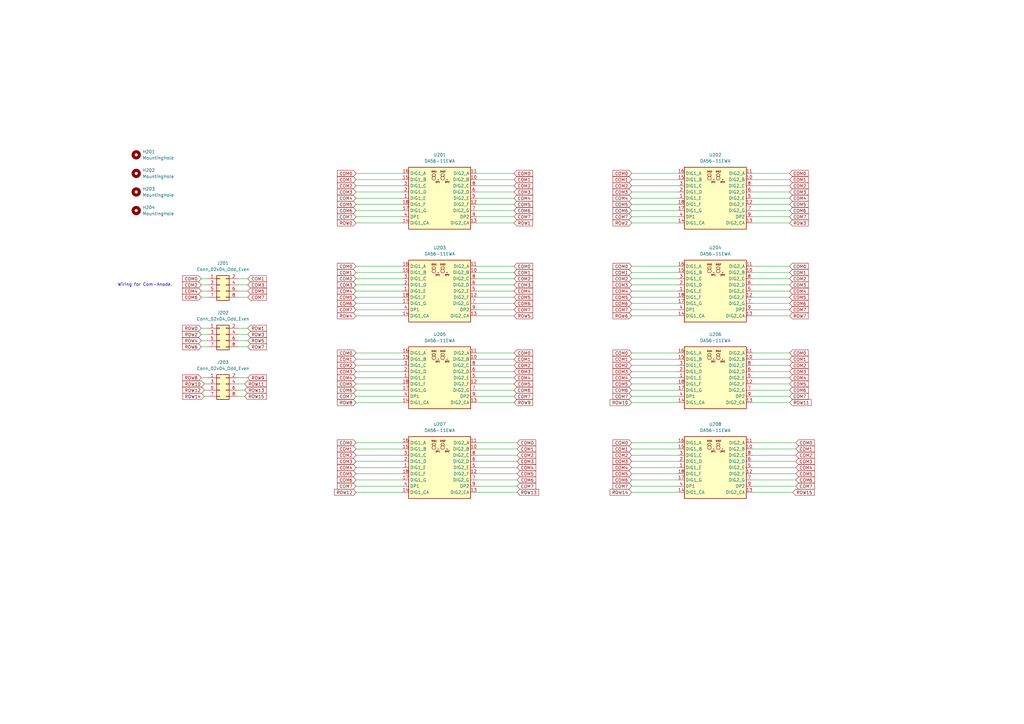
<source format=kicad_sch>
(kicad_sch (version 20231120) (generator "eeschema") (generator_version "8.0")
  (paper "A3")
  (lib_symbols
    (symbol "Connector_Generic:Conn_02x04_Odd_Even" (pin_names (offset 1.016) hide)
      (property "Reference" "J" (at 1.27 5.08 0))
      (property "Value" "Conn_02x04_Odd_Even" (at 1.27 -7.62 0))
      (symbol "Conn_02x04_Odd_Even_1_1"
        (rectangle (start -1.27 -4.953) (end 0 -5.207) (stroke (width 0.1524)))
        (rectangle (start -1.27 -2.413) (end 0 -2.667) (stroke (width 0.1524)))
        (rectangle (start -1.27 0.127) (end 0 -0.127) (stroke (width 0.1524)))
        (rectangle (start -1.27 2.667) (end 0 2.413) (stroke (width 0.1524)))
        (rectangle (start -1.27 3.81) (end 3.81 -6.35) (stroke (width 0.254)) (fill (type background)))
        (rectangle (start 3.81 -4.953) (end 2.54 -5.207) (stroke (width 0.1524)))
        (rectangle (start 3.81 -2.413) (end 2.54 -2.667) (stroke (width 0.1524)))
        (rectangle (start 3.81 0.127) (end 2.54 -0.127) (stroke (width 0.1524)))
        (rectangle (start 3.81 2.667) (end 2.54 2.413) (stroke (width 0.1524)))
        (pin passive line (at -5.08 2.54 0) (length 3.81) (name "Pin_1") (number "1"))
        (pin passive line (at 7.62 2.54 180) (length 3.81) (name "Pin_2") (number "2"))
        (pin passive line (at -5.08 0 0) (length 3.81) (name "Pin_3") (number "3"))
        (pin passive line (at 7.62 0 180) (length 3.81) (name "Pin_4") (number "4"))
        (pin passive line (at -5.08 -2.54 0) (length 3.81) (name "Pin_5") (number "5"))
        (pin passive line (at 7.62 -2.54 180) (length 3.81) (name "Pin_6") (number "6"))
        (pin passive line (at -5.08 -5.08 0) (length 3.81) (name "Pin_7") (number "7"))
        (pin passive line (at 7.62 -5.08 180) (length 3.81) (name "Pin_8") (number "8"))
      )
    )
    (symbol "Display_Character:DA56-11EWA"
      (property "Reference" "U" (at -11.43 13.97 0))
      (property "Value" "DA56-11EWA" (at 12.7 13.97 0))
      (symbol "DA56-11EWA_0_0"
        (text "8.8." (at 0 8.636 0) (effects (font (size 2.54 2.54))))
        (text "DIG1" (at -2.286 10.922 0) (effects (font (size 0.635 0.635))))
        (text "DIG2" (at 1.27 10.922 0) (effects (font (size 0.635 0.635))))
        (text "DP1" (at -0.762 6.604 0) (effects (font (size 0.635 0.635))))
        (text "DP2" (at 3.048 6.604 0) (effects (font (size 0.635 0.635))))
      )
      (symbol "DA56-11EWA_0_1"
        (rectangle (start -12.7 12.7) (end 12.7 -12.7) (stroke (width 0.254)) (fill (type background)))
      )
      (symbol "DA56-11EWA_1_1"
        (pin input line (at -15.24 0 0) (length 2.54) (name "DIG1_E") (number "1"))
        (pin input line (at 15.24 7.62 180) (length 2.54) (name "DIG2_B") (number "10"))
        (pin input line (at 15.24 10.16 180) (length 2.54) (name "DIG2_A") (number "11"))
        (pin input line (at 15.24 -2.54 180) (length 2.54) (name "DIG2_F") (number "12"))
        (pin input line (at 15.24 -10.16 180) (length 2.54) (name "DIG2_CA") (number "13"))
        (pin input line (at -15.24 -10.16 0) (length 2.54) (name "DIG1_CA") (number "14"))
        (pin input line (at -15.24 7.62 0) (length 2.54) (name "DIG1_B") (number "15"))
        (pin input line (at -15.24 10.16 0) (length 2.54) (name "DIG1_A") (number "16"))
        (pin input line (at -15.24 -5.08 0) (length 2.54) (name "DIG1_G") (number "17"))
        (pin input line (at -15.24 -2.54 0) (length 2.54) (name "DIG1_F") (number "18"))
        (pin input line (at -15.24 2.54 0) (length 2.54) (name "DIG1_D") (number "2"))
        (pin input line (at -15.24 5.08 0) (length 2.54) (name "DIG1_C") (number "3"))
        (pin input line (at -15.24 -7.62 0) (length 2.54) (name "DP1") (number "4"))
        (pin input line (at 15.24 0 180) (length 2.54) (name "DIG2_E") (number "5"))
        (pin input line (at 15.24 2.54 180) (length 2.54) (name "DIG2_D") (number "6"))
        (pin input line (at 15.24 -5.08 180) (length 2.54) (name "DIG2_G") (number "7"))
        (pin input line (at 15.24 5.08 180) (length 2.54) (name "DIG2_C") (number "8"))
        (pin input line (at 15.24 -7.62 180) (length 2.54) (name "DP2") (number "9"))
      )
    )
    (symbol "Mechanical:MountingHole" (pin_names (offset 1.016)) (exclude_from_sim yes) (in_bom no)
      (property "Reference" "H" (at 0 5.08 0))
      (property "Value" "MountingHole" (at 0 3.175 0))
      (symbol "MountingHole_0_1"
        (circle (center 0 0) (radius 1.27) (stroke (width 1.27)))
      )
    )
  )
  (wire (pts (xy 97.79 134.62) (xy 101.6 134.62)))
  (wire (pts (xy 146.05 88.9) (xy 165.1 88.9)))
  (wire (pts (xy 195.58 154.94) (xy 210.82 154.94)))
  (wire (pts (xy 83.82 157.48) (xy 85.09 157.48)))
  (wire (pts (xy 259.08 194.31) (xy 278.13 194.31)))
  (wire (pts (xy 259.08 144.78) (xy 278.13 144.78)))
  (wire (pts (xy 308.61 121.92) (xy 323.85 121.92)))
  (wire (pts (xy 259.08 116.84) (xy 278.13 116.84)))
  (wire (pts (xy 308.61 127) (xy 323.85 127)))
  (wire (pts (xy 146.05 165.1) (xy 165.1 165.1)))
  (wire (pts (xy 259.08 149.86) (xy 278.13 149.86)))
  (wire (pts (xy 259.08 86.36) (xy 278.13 86.36)))
  (wire (pts (xy 195.58 147.32) (xy 210.82 147.32)))
  (wire (pts (xy 259.08 124.46) (xy 278.13 124.46)))
  (wire (pts (xy 146.05 114.3) (xy 165.1 114.3)))
  (wire (pts (xy 259.08 152.4) (xy 278.13 152.4)))
  (wire (pts (xy 146.05 160.02) (xy 165.1 160.02)))
  (wire (pts (xy 259.08 119.38) (xy 278.13 119.38)))
  (wire (pts (xy 82.55 154.94) (xy 85.09 154.94)))
  (wire (pts (xy 308.61 86.36) (xy 323.85 86.36)))
  (wire (pts (xy 100.33 162.56) (xy 97.79 162.56)))
  (wire (pts (xy 146.05 127) (xy 165.1 127)))
  (wire (pts (xy 82.55 142.24) (xy 85.09 142.24)))
  (wire (pts (xy 146.05 116.84) (xy 165.1 116.84)))
  (wire (pts (xy 212.09 201.93) (xy 195.58 201.93)))
  (wire (pts (xy 308.61 111.76) (xy 323.85 111.76)))
  (wire (pts (xy 101.6 116.84) (xy 97.79 116.84)))
  (wire (pts (xy 308.61 184.15) (xy 326.39 184.15)))
  (wire (pts (xy 195.58 186.69) (xy 212.09 186.69)))
  (wire (pts (xy 195.58 81.28) (xy 210.82 81.28)))
  (wire (pts (xy 259.08 147.32) (xy 278.13 147.32)))
  (wire (pts (xy 323.85 91.44) (xy 308.61 91.44)))
  (wire (pts (xy 146.05 144.78) (xy 165.1 144.78)))
  (wire (pts (xy 146.05 119.38) (xy 165.1 119.38)))
  (wire (pts (xy 195.58 73.66) (xy 210.82 73.66)))
  (wire (pts (xy 195.58 129.54) (xy 210.82 129.54)))
  (wire (pts (xy 323.85 129.54) (xy 308.61 129.54)))
  (wire (pts (xy 259.08 181.61) (xy 278.13 181.61)))
  (wire (pts (xy 146.05 194.31) (xy 165.1 194.31)))
  (wire (pts (xy 146.05 152.4) (xy 165.1 152.4)))
  (wire (pts (xy 195.58 157.48) (xy 210.82 157.48)))
  (wire (pts (xy 259.08 78.74) (xy 278.13 78.74)))
  (wire (pts (xy 101.6 137.16) (xy 97.79 137.16)))
  (wire (pts (xy 259.08 88.9) (xy 278.13 88.9)))
  (wire (pts (xy 195.58 88.9) (xy 210.82 88.9)))
  (wire (pts (xy 101.6 119.38) (xy 97.79 119.38)))
  (wire (pts (xy 146.05 147.32) (xy 165.1 147.32)))
  (wire (pts (xy 308.61 76.2) (xy 323.85 76.2)))
  (wire (pts (xy 101.6 142.24) (xy 97.79 142.24)))
  (wire (pts (xy 146.05 86.36) (xy 165.1 86.36)))
  (wire (pts (xy 308.61 116.84) (xy 323.85 116.84)))
  (wire (pts (xy 101.6 154.94) (xy 97.79 154.94)))
  (wire (pts (xy 82.55 119.38) (xy 85.09 119.38)))
  (wire (pts (xy 146.05 81.28) (xy 165.1 81.28)))
  (wire (pts (xy 308.61 196.85) (xy 326.39 196.85)))
  (wire (pts (xy 259.08 191.77) (xy 278.13 191.77)))
  (wire (pts (xy 100.33 160.02) (xy 97.79 160.02)))
  (wire (pts (xy 259.08 189.23) (xy 278.13 189.23)))
  (wire (pts (xy 195.58 191.77) (xy 212.09 191.77)))
  (wire (pts (xy 210.82 91.44) (xy 195.58 91.44)))
  (wire (pts (xy 308.61 109.22) (xy 323.85 109.22)))
  (wire (pts (xy 308.61 157.48) (xy 323.85 157.48)))
  (wire (pts (xy 146.05 129.54) (xy 165.1 129.54)))
  (wire (pts (xy 146.05 184.15) (xy 165.1 184.15)))
  (wire (pts (xy 308.61 194.31) (xy 326.39 194.31)))
  (wire (pts (xy 259.08 127) (xy 278.13 127)))
  (wire (pts (xy 308.61 144.78) (xy 323.85 144.78)))
  (wire (pts (xy 82.55 139.7) (xy 85.09 139.7)))
  (wire (pts (xy 259.08 81.28) (xy 278.13 81.28)))
  (wire (pts (xy 195.58 189.23) (xy 212.09 189.23)))
  (wire (pts (xy 195.58 181.61) (xy 212.09 181.61)))
  (wire (pts (xy 195.58 119.38) (xy 210.82 119.38)))
  (wire (pts (xy 308.61 71.12) (xy 323.85 71.12)))
  (wire (pts (xy 82.55 116.84) (xy 85.09 116.84)))
  (wire (pts (xy 101.6 114.3) (xy 97.79 114.3)))
  (wire (pts (xy 308.61 162.56) (xy 323.85 162.56)))
  (wire (pts (xy 308.61 199.39) (xy 326.39 199.39)))
  (wire (pts (xy 195.58 78.74) (xy 210.82 78.74)))
  (wire (pts (xy 308.61 149.86) (xy 323.85 149.86)))
  (wire (pts (xy 308.61 152.4) (xy 323.85 152.4)))
  (wire (pts (xy 259.08 109.22) (xy 278.13 109.22)))
  (wire (pts (xy 195.58 160.02) (xy 210.82 160.02)))
  (wire (pts (xy 146.05 186.69) (xy 165.1 186.69)))
  (wire (pts (xy 308.61 124.46) (xy 323.85 124.46)))
  (wire (pts (xy 308.61 154.94) (xy 323.85 154.94)))
  (wire (pts (xy 146.05 71.12) (xy 165.1 71.12)))
  (wire (pts (xy 195.58 149.86) (xy 210.82 149.86)))
  (wire (pts (xy 195.58 194.31) (xy 212.09 194.31)))
  (wire (pts (xy 308.61 160.02) (xy 323.85 160.02)))
  (wire (pts (xy 195.58 144.78) (xy 210.82 144.78)))
  (wire (pts (xy 146.05 201.93) (xy 165.1 201.93)))
  (wire (pts (xy 195.58 83.82) (xy 210.82 83.82)))
  (wire (pts (xy 308.61 147.32) (xy 323.85 147.32)))
  (wire (pts (xy 259.08 76.2) (xy 278.13 76.2)))
  (wire (pts (xy 146.05 199.39) (xy 165.1 199.39)))
  (wire (pts (xy 195.58 114.3) (xy 210.82 114.3)))
  (wire (pts (xy 82.55 114.3) (xy 85.09 114.3)))
  (wire (pts (xy 308.61 189.23) (xy 326.39 189.23)))
  (wire (pts (xy 195.58 121.92) (xy 210.82 121.92)))
  (wire (pts (xy 100.33 157.48) (xy 97.79 157.48)))
  (wire (pts (xy 195.58 162.56) (xy 210.82 162.56)))
  (wire (pts (xy 146.05 76.2) (xy 165.1 76.2)))
  (wire (pts (xy 308.61 73.66) (xy 323.85 73.66)))
  (wire (pts (xy 259.08 114.3) (xy 278.13 114.3)))
  (wire (pts (xy 259.08 91.44) (xy 278.13 91.44)))
  (wire (pts (xy 259.08 184.15) (xy 278.13 184.15)))
  (wire (pts (xy 146.05 91.44) (xy 165.1 91.44)))
  (wire (pts (xy 195.58 184.15) (xy 212.09 184.15)))
  (wire (pts (xy 323.85 165.1) (xy 308.61 165.1)))
  (wire (pts (xy 146.05 111.76) (xy 165.1 111.76)))
  (wire (pts (xy 101.6 121.92) (xy 97.79 121.92)))
  (wire (pts (xy 195.58 116.84) (xy 210.82 116.84)))
  (wire (pts (xy 259.08 199.39) (xy 278.13 199.39)))
  (wire (pts (xy 259.08 165.1) (xy 278.13 165.1)))
  (wire (pts (xy 259.08 71.12) (xy 278.13 71.12)))
  (wire (pts (xy 146.05 83.82) (xy 165.1 83.82)))
  (wire (pts (xy 308.61 186.69) (xy 326.39 186.69)))
  (wire (pts (xy 195.58 127) (xy 210.82 127)))
  (wire (pts (xy 195.58 196.85) (xy 212.09 196.85)))
  (wire (pts (xy 308.61 201.93) (xy 325.12 201.93)))
  (wire (pts (xy 82.55 134.62) (xy 85.09 134.62)))
  (wire (pts (xy 195.58 124.46) (xy 210.82 124.46)))
  (wire (pts (xy 83.82 162.56) (xy 85.09 162.56)))
  (wire (pts (xy 146.05 189.23) (xy 165.1 189.23)))
  (wire (pts (xy 195.58 109.22) (xy 210.82 109.22)))
  (wire (pts (xy 259.08 121.92) (xy 278.13 121.92)))
  (wire (pts (xy 146.05 73.66) (xy 165.1 73.66)))
  (wire (pts (xy 83.82 160.02) (xy 85.09 160.02)))
  (wire (pts (xy 259.08 129.54) (xy 278.13 129.54)))
  (wire (pts (xy 259.08 157.48) (xy 278.13 157.48)))
  (wire (pts (xy 308.61 81.28) (xy 323.85 81.28)))
  (wire (pts (xy 259.08 83.82) (xy 278.13 83.82)))
  (wire (pts (xy 210.82 165.1) (xy 195.58 165.1)))
  (wire (pts (xy 259.08 162.56) (xy 278.13 162.56)))
  (wire (pts (xy 259.08 160.02) (xy 278.13 160.02)))
  (wire (pts (xy 308.61 83.82) (xy 323.85 83.82)))
  (wire (pts (xy 308.61 114.3) (xy 323.85 114.3)))
  (wire (pts (xy 195.58 86.36) (xy 210.82 86.36)))
  (wire (pts (xy 146.05 109.22) (xy 165.1 109.22)))
  (wire (pts (xy 308.61 78.74) (xy 323.85 78.74)))
  (wire (pts (xy 146.05 121.92) (xy 165.1 121.92)))
  (wire (pts (xy 146.05 154.94) (xy 165.1 154.94)))
  (wire (pts (xy 101.6 139.7) (xy 97.79 139.7)))
  (wire (pts (xy 195.58 111.76) (xy 210.82 111.76)))
  (wire (pts (xy 146.05 191.77) (xy 165.1 191.77)))
  (wire (pts (xy 82.55 137.16) (xy 85.09 137.16)))
  (wire (pts (xy 195.58 76.2) (xy 210.82 76.2)))
  (wire (pts (xy 195.58 71.12) (xy 210.82 71.12)))
  (wire (pts (xy 195.58 199.39) (xy 212.09 199.39)))
  (wire (pts (xy 259.08 73.66) (xy 278.13 73.66)))
  (wire (pts (xy 146.05 196.85) (xy 165.1 196.85)))
  (wire (pts (xy 259.08 154.94) (xy 278.13 154.94)))
  (wire (pts (xy 259.08 196.85) (xy 278.13 196.85)))
  (wire (pts (xy 259.08 201.93) (xy 278.13 201.93)))
  (wire (pts (xy 146.05 162.56) (xy 165.1 162.56)))
  (wire (pts (xy 259.08 186.69) (xy 278.13 186.69)))
  (wire (pts (xy 259.08 111.76) (xy 278.13 111.76)))
  (wire (pts (xy 308.61 181.61) (xy 326.39 181.61)))
  (wire (pts (xy 308.61 119.38) (xy 323.85 119.38)))
  (wire (pts (xy 146.05 78.74) (xy 165.1 78.74)))
  (wire (pts (xy 195.58 152.4) (xy 210.82 152.4)))
  (wire (pts (xy 146.05 149.86) (xy 165.1 149.86)))
  (wire (pts (xy 308.61 88.9) (xy 323.85 88.9)))
  (wire (pts (xy 146.05 124.46) (xy 165.1 124.46)))
  (wire (pts (xy 146.05 181.61) (xy 165.1 181.61)))
  (wire (pts (xy 146.05 157.48) (xy 165.1 157.48)))
  (wire (pts (xy 82.55 121.92) (xy 85.09 121.92)))
  (wire (pts (xy 308.61 191.77) (xy 326.39 191.77)))
  (text "Wiring for Com-Anode." (at 59.436 116.84 0) (effects (font (size 1.27 1.27))))
  (global_label "COM7" (shape input) (at 101.6 121.92 0) (property "Intersheetrefs" "${INTERSHEET_REFS}" (effects (hide yes))))
  (global_label "ROW6" (shape input) (at 259.08 129.54 180) (property "Intersheetrefs" "${INTERSHEET_REFS}" (effects (hide yes))))
  (global_label "COM6" (shape input) (at 259.08 86.36 180) (property "Intersheetrefs" "${INTERSHEET_REFS}" (effects (hide yes))))
  (global_label "COM4" (shape input) (at 146.05 81.28 180) (property "Intersheetrefs" "${INTERSHEET_REFS}" (effects (hide yes))))
  (global_label "ROW2" (shape input) (at 82.55 137.16 180) (property "Intersheetrefs" "${INTERSHEET_REFS}" (effects (hide yes))))
  (global_label "ROW1" (shape input) (at 101.6 134.62 0) (property "Intersheetrefs" "${INTERSHEET_REFS}" (effects (hide yes))))
  (global_label "COM7" (shape input) (at 326.39 199.39 0) (property "Intersheetrefs" "${INTERSHEET_REFS}" (effects (hide yes))))
  (global_label "COM2" (shape input) (at 259.08 76.2 180) (property "Intersheetrefs" "${INTERSHEET_REFS}" (effects (hide yes))))
  (global_label "COM0" (shape input) (at 146.05 144.78 180) (property "Intersheetrefs" "${INTERSHEET_REFS}" (effects (hide yes))))
  (global_label "COM0" (shape input) (at 259.08 181.61 180) (property "Intersheetrefs" "${INTERSHEET_REFS}" (effects (hide yes))))
  (global_label "COM0" (shape input) (at 259.08 144.78 180) (property "Intersheetrefs" "${INTERSHEET_REFS}" (effects (hide yes))))
  (global_label "COM6" (shape input) (at 212.09 196.85 0) (property "Intersheetrefs" "${INTERSHEET_REFS}" (effects (hide yes))))
  (global_label "ROW11" (shape input) (at 323.85 165.1 0) (property "Intersheetrefs" "${INTERSHEET_REFS}" (effects (hide yes))))
  (global_label "COM3" (shape input) (at 210.82 116.84 0) (property "Intersheetrefs" "${INTERSHEET_REFS}" (effects (hide yes))))
  (global_label "COM5" (shape input) (at 259.08 157.48 180) (property "Intersheetrefs" "${INTERSHEET_REFS}" (effects (hide yes))))
  (global_label "COM4" (shape input) (at 82.55 119.38 180) (property "Intersheetrefs" "${INTERSHEET_REFS}" (effects (hide yes))))
  (global_label "COM4" (shape input) (at 259.08 81.28 180) (property "Intersheetrefs" "${INTERSHEET_REFS}" (effects (hide yes))))
  (global_label "COM5" (shape input) (at 323.85 83.82 0) (property "Intersheetrefs" "${INTERSHEET_REFS}" (effects (hide yes))))
  (global_label "COM2" (shape input) (at 210.82 114.3 0) (property "Intersheetrefs" "${INTERSHEET_REFS}" (effects (hide yes))))
  (global_label "COM3" (shape input) (at 259.08 152.4 180) (property "Intersheetrefs" "${INTERSHEET_REFS}" (effects (hide yes))))
  (global_label "COM3" (shape input) (at 259.08 116.84 180) (property "Intersheetrefs" "${INTERSHEET_REFS}" (effects (hide yes))))
  (global_label "COM7" (shape input) (at 323.85 127 0) (property "Intersheetrefs" "${INTERSHEET_REFS}" (effects (hide yes))))
  (global_label "ROW6" (shape input) (at 82.55 142.24 180) (property "Intersheetrefs" "${INTERSHEET_REFS}" (effects (hide yes))))
  (global_label "ROW4" (shape input) (at 146.05 129.54 180) (property "Intersheetrefs" "${INTERSHEET_REFS}" (effects (hide yes))))
  (global_label "COM0" (shape input) (at 146.05 181.61 180) (property "Intersheetrefs" "${INTERSHEET_REFS}" (effects (hide yes))))
  (global_label "COM7" (shape input) (at 210.82 88.9 0) (property "Intersheetrefs" "${INTERSHEET_REFS}" (effects (hide yes))))
  (global_label "COM5" (shape input) (at 210.82 121.92 0) (property "Intersheetrefs" "${INTERSHEET_REFS}" (effects (hide yes))))
  (global_label "COM3" (shape input) (at 259.08 78.74 180) (property "Intersheetrefs" "${INTERSHEET_REFS}" (effects (hide yes))))
  (global_label "COM2" (shape input) (at 259.08 186.69 180) (property "Intersheetrefs" "${INTERSHEET_REFS}" (effects (hide yes))))
  (global_label "COM4" (shape input) (at 323.85 119.38 0) (property "Intersheetrefs" "${INTERSHEET_REFS}" (effects (hide yes))))
  (global_label "ROW0" (shape input) (at 82.55 134.62 180) (property "Intersheetrefs" "${INTERSHEET_REFS}" (effects (hide yes))))
  (global_label "ROW14" (shape input) (at 259.08 201.93 180) (property "Intersheetrefs" "${INTERSHEET_REFS}" (effects (hide yes))))
  (global_label "COM6" (shape input) (at 146.05 196.85 180) (property "Intersheetrefs" "${INTERSHEET_REFS}" (effects (hide yes))))
  (global_label "COM2" (shape input) (at 323.85 149.86 0) (property "Intersheetrefs" "${INTERSHEET_REFS}" (effects (hide yes))))
  (global_label "COM6" (shape input) (at 323.85 124.46 0) (property "Intersheetrefs" "${INTERSHEET_REFS}" (effects (hide yes))))
  (global_label "COM3" (shape input) (at 323.85 116.84 0) (property "Intersheetrefs" "${INTERSHEET_REFS}" (effects (hide yes))))
  (global_label "ROW15" (shape input) (at 100.33 162.56 0) (property "Intersheetrefs" "${INTERSHEET_REFS}" (effects (hide yes))))
  (global_label "COM5" (shape input) (at 146.05 121.92 180) (property "Intersheetrefs" "${INTERSHEET_REFS}" (effects (hide yes))))
  (global_label "COM5" (shape input) (at 323.85 121.92 0) (property "Intersheetrefs" "${INTERSHEET_REFS}" (effects (hide yes))))
  (global_label "COM1" (shape input) (at 259.08 111.76 180) (property "Intersheetrefs" "${INTERSHEET_REFS}" (effects (hide yes))))
  (global_label "COM4" (shape input) (at 259.08 191.77 180) (property "Intersheetrefs" "${INTERSHEET_REFS}" (effects (hide yes))))
  (global_label "ROW8" (shape input) (at 146.05 165.1 180) (property "Intersheetrefs" "${INTERSHEET_REFS}" (effects (hide yes))))
  (global_label "COM0" (shape input) (at 212.09 181.61 0) (property "Intersheetrefs" "${INTERSHEET_REFS}" (effects (hide yes))))
  (global_label "COM2" (shape input) (at 212.09 186.69 0) (property "Intersheetrefs" "${INTERSHEET_REFS}" (effects (hide yes))))
  (global_label "COM5" (shape input) (at 101.6 119.38 0) (property "Intersheetrefs" "${INTERSHEET_REFS}" (effects (hide yes))))
  (global_label "COM2" (shape input) (at 323.85 76.2 0) (property "Intersheetrefs" "${INTERSHEET_REFS}" (effects (hide yes))))
  (global_label "COM1" (shape input) (at 146.05 111.76 180) (property "Intersheetrefs" "${INTERSHEET_REFS}" (effects (hide yes))))
  (global_label "COM3" (shape input) (at 146.05 116.84 180) (property "Intersheetrefs" "${INTERSHEET_REFS}" (effects (hide yes))))
  (global_label "ROW5" (shape input) (at 210.82 129.54 0) (property "Intersheetrefs" "${INTERSHEET_REFS}" (effects (hide yes))))
  (global_label "COM4" (shape input) (at 259.08 154.94 180) (property "Intersheetrefs" "${INTERSHEET_REFS}" (effects (hide yes))))
  (global_label "COM7" (shape input) (at 259.08 127 180) (property "Intersheetrefs" "${INTERSHEET_REFS}" (effects (hide yes))))
  (global_label "COM0" (shape input) (at 146.05 71.12 180) (property "Intersheetrefs" "${INTERSHEET_REFS}" (effects (hide yes))))
  (global_label "COM5" (shape input) (at 146.05 194.31 180) (property "Intersheetrefs" "${INTERSHEET_REFS}" (effects (hide yes))))
  (global_label "ROW4" (shape input) (at 82.55 139.7 180) (property "Intersheetrefs" "${INTERSHEET_REFS}" (effects (hide yes))))
  (global_label "COM3" (shape input) (at 326.39 189.23 0) (property "Intersheetrefs" "${INTERSHEET_REFS}" (effects (hide yes))))
  (global_label "ROW8" (shape input) (at 82.55 154.94 180) (property "Intersheetrefs" "${INTERSHEET_REFS}" (effects (hide yes))))
  (global_label "COM5" (shape input) (at 259.08 83.82 180) (property "Intersheetrefs" "${INTERSHEET_REFS}" (effects (hide yes))))
  (global_label "COM7" (shape input) (at 212.09 199.39 0) (property "Intersheetrefs" "${INTERSHEET_REFS}" (effects (hide yes))))
  (global_label "COM0" (shape input) (at 210.82 109.22 0) (property "Intersheetrefs" "${INTERSHEET_REFS}" (effects (hide yes))))
  (global_label "COM5" (shape input) (at 146.05 83.82 180) (property "Intersheetrefs" "${INTERSHEET_REFS}" (effects (hide yes))))
  (global_label "COM3" (shape input) (at 323.85 78.74 0) (property "Intersheetrefs" "${INTERSHEET_REFS}" (effects (hide yes))))
  (global_label "COM1" (shape input) (at 212.09 184.15 0) (property "Intersheetrefs" "${INTERSHEET_REFS}" (effects (hide yes))))
  (global_label "COM0" (shape input) (at 210.82 144.78 0) (property "Intersheetrefs" "${INTERSHEET_REFS}" (effects (hide yes))))
  (global_label "COM2" (shape input) (at 210.82 149.86 0) (property "Intersheetrefs" "${INTERSHEET_REFS}" (effects (hide yes))))
  (global_label "COM4" (shape input) (at 210.82 154.94 0) (property "Intersheetrefs" "${INTERSHEET_REFS}" (effects (hide yes))))
  (global_label "COM7" (shape input) (at 146.05 88.9 180) (property "Intersheetrefs" "${INTERSHEET_REFS}" (effects (hide yes))))
  (global_label "COM2" (shape input) (at 146.05 149.86 180) (property "Intersheetrefs" "${INTERSHEET_REFS}" (effects (hide yes))))
  (global_label "COM6" (shape input) (at 259.08 124.46 180) (property "Intersheetrefs" "${INTERSHEET_REFS}" (effects (hide yes))))
  (global_label "ROW12" (shape input) (at 83.82 160.02 180) (property "Intersheetrefs" "${INTERSHEET_REFS}" (effects (hide yes))))
  (global_label "COM6" (shape input) (at 210.82 160.02 0) (property "Intersheetrefs" "${INTERSHEET_REFS}" (effects (hide yes))))
  (global_label "COM3" (shape input) (at 146.05 189.23 180) (property "Intersheetrefs" "${INTERSHEET_REFS}" (effects (hide yes))))
  (global_label "COM4" (shape input) (at 323.85 154.94 0) (property "Intersheetrefs" "${INTERSHEET_REFS}" (effects (hide yes))))
  (global_label "COM5" (shape input) (at 210.82 157.48 0) (property "Intersheetrefs" "${INTERSHEET_REFS}" (effects (hide yes))))
  (global_label "COM1" (shape input) (at 323.85 147.32 0) (property "Intersheetrefs" "${INTERSHEET_REFS}" (effects (hide yes))))
  (global_label "COM6" (shape input) (at 146.05 86.36 180) (property "Intersheetrefs" "${INTERSHEET_REFS}" (effects (hide yes))))
  (global_label "COM2" (shape input) (at 146.05 186.69 180) (property "Intersheetrefs" "${INTERSHEET_REFS}" (effects (hide yes))))
  (global_label "COM4" (shape input) (at 210.82 81.28 0) (property "Intersheetrefs" "${INTERSHEET_REFS}" (effects (hide yes))))
  (global_label "COM6" (shape input) (at 259.08 160.02 180) (property "Intersheetrefs" "${INTERSHEET_REFS}" (effects (hide yes))))
  (global_label "COM4" (shape input) (at 326.39 191.77 0) (property "Intersheetrefs" "${INTERSHEET_REFS}" (effects (hide yes))))
  (global_label "COM1" (shape input) (at 146.05 147.32 180) (property "Intersheetrefs" "${INTERSHEET_REFS}" (effects (hide yes))))
  (global_label "COM2" (shape input) (at 146.05 114.3 180) (property "Intersheetrefs" "${INTERSHEET_REFS}" (effects (hide yes))))
  (global_label "ROW15" (shape input) (at 325.12 201.93 0) (property "Intersheetrefs" "${INTERSHEET_REFS}" (effects (hide yes))))
  (global_label "COM6" (shape input) (at 146.05 124.46 180) (property "Intersheetrefs" "${INTERSHEET_REFS}" (effects (hide yes))))
  (global_label "ROW13" (shape input) (at 100.33 160.02 0) (property "Intersheetrefs" "${INTERSHEET_REFS}" (effects (hide yes))))
  (global_label "COM4" (shape input) (at 146.05 191.77 180) (property "Intersheetrefs" "${INTERSHEET_REFS}" (effects (hide yes))))
  (global_label "COM1" (shape input) (at 323.85 73.66 0) (property "Intersheetrefs" "${INTERSHEET_REFS}" (effects (hide yes))))
  (global_label "COM5" (shape input) (at 323.85 157.48 0) (property "Intersheetrefs" "${INTERSHEET_REFS}" (effects (hide yes))))
  (global_label "COM5" (shape input) (at 210.82 83.82 0) (property "Intersheetrefs" "${INTERSHEET_REFS}" (effects (hide yes))))
  (global_label "COM0" (shape input) (at 210.82 71.12 0) (property "Intersheetrefs" "${INTERSHEET_REFS}" (effects (hide yes))))
  (global_label "COM1" (shape input) (at 210.82 147.32 0) (property "Intersheetrefs" "${INTERSHEET_REFS}" (effects (hide yes))))
  (global_label "COM3" (shape input) (at 101.6 116.84 0) (property "Intersheetrefs" "${INTERSHEET_REFS}" (effects (hide yes))))
  (global_label "COM6" (shape input) (at 323.85 86.36 0) (property "Intersheetrefs" "${INTERSHEET_REFS}" (effects (hide yes))))
  (global_label "COM1" (shape input) (at 101.6 114.3 0) (property "Intersheetrefs" "${INTERSHEET_REFS}" (effects (hide yes))))
  (global_label "ROW14" (shape input) (at 83.82 162.56 180) (property "Intersheetrefs" "${INTERSHEET_REFS}" (effects (hide yes))))
  (global_label "ROW3" (shape input) (at 323.85 91.44 0) (property "Intersheetrefs" "${INTERSHEET_REFS}" (effects (hide yes))))
  (global_label "COM6" (shape input) (at 82.55 121.92 180) (property "Intersheetrefs" "${INTERSHEET_REFS}" (effects (hide yes))))
  (global_label "ROW13" (shape input) (at 212.09 201.93 0) (property "Intersheetrefs" "${INTERSHEET_REFS}" (effects (hide yes))))
  (global_label "COM1" (shape input) (at 146.05 73.66 180) (property "Intersheetrefs" "${INTERSHEET_REFS}" (effects (hide yes))))
  (global_label "COM7" (shape input) (at 323.85 88.9 0) (property "Intersheetrefs" "${INTERSHEET_REFS}" (effects (hide yes))))
  (global_label "COM3" (shape input) (at 212.09 189.23 0) (property "Intersheetrefs" "${INTERSHEET_REFS}" (effects (hide yes))))
  (global_label "COM5" (shape input) (at 326.39 194.31 0) (property "Intersheetrefs" "${INTERSHEET_REFS}" (effects (hide yes))))
  (global_label "ROW7" (shape input) (at 323.85 129.54 0) (property "Intersheetrefs" "${INTERSHEET_REFS}" (effects (hide yes))))
  (global_label "COM0" (shape input) (at 259.08 71.12 180) (property "Intersheetrefs" "${INTERSHEET_REFS}" (effects (hide yes))))
  (global_label "COM2" (shape input) (at 210.82 76.2 0) (property "Intersheetrefs" "${INTERSHEET_REFS}" (effects (hide yes))))
  (global_label "COM4" (shape input) (at 210.82 119.38 0) (property "Intersheetrefs" "${INTERSHEET_REFS}" (effects (hide yes))))
  (global_label "ROW5" (shape input) (at 101.6 139.7 0) (property "Intersheetrefs" "${INTERSHEET_REFS}" (effects (hide yes))))
  (global_label "COM4" (shape input) (at 212.09 191.77 0) (property "Intersheetrefs" "${INTERSHEET_REFS}" (effects (hide yes))))
  (global_label "COM2" (shape input) (at 259.08 149.86 180) (property "Intersheetrefs" "${INTERSHEET_REFS}" (effects (hide yes))))
  (global_label "COM4" (shape input) (at 323.85 81.28 0) (property "Intersheetrefs" "${INTERSHEET_REFS}" (effects (hide yes))))
  (global_label "COM7" (shape input) (at 259.08 199.39 180) (property "Intersheetrefs" "${INTERSHEET_REFS}" (effects (hide yes))))
  (global_label "COM5" (shape input) (at 259.08 121.92 180) (property "Intersheetrefs" "${INTERSHEET_REFS}" (effects (hide yes))))
  (global_label "COM2" (shape input) (at 323.85 114.3 0) (property "Intersheetrefs" "${INTERSHEET_REFS}" (effects (hide yes))))
  (global_label "COM1" (shape input) (at 323.85 111.76 0) (property "Intersheetrefs" "${INTERSHEET_REFS}" (effects (hide yes))))
  (global_label "COM5" (shape input) (at 259.08 194.31 180) (property "Intersheetrefs" "${INTERSHEET_REFS}" (effects (hide yes))))
  (global_label "COM7" (shape input) (at 146.05 199.39 180) (property "Intersheetrefs" "${INTERSHEET_REFS}" (effects (hide yes))))
  (global_label "COM0" (shape input) (at 323.85 71.12 0) (property "Intersheetrefs" "${INTERSHEET_REFS}" (effects (hide yes))))
  (global_label "COM7" (shape input) (at 210.82 162.56 0) (property "Intersheetrefs" "${INTERSHEET_REFS}" (effects (hide yes))))
  (global_label "COM3" (shape input) (at 323.85 152.4 0) (property "Intersheetrefs" "${INTERSHEET_REFS}" (effects (hide yes))))
  (global_label "COM0" (shape input) (at 323.85 109.22 0) (property "Intersheetrefs" "${INTERSHEET_REFS}" (effects (hide yes))))
  (global_label "COM6" (shape input) (at 210.82 86.36 0) (property "Intersheetrefs" "${INTERSHEET_REFS}" (effects (hide yes))))
  (global_label "COM3" (shape input) (at 146.05 78.74 180) (property "Intersheetrefs" "${INTERSHEET_REFS}" (effects (hide yes))))
  (global_label "COM1" (shape input) (at 259.08 147.32 180) (property "Intersheetrefs" "${INTERSHEET_REFS}" (effects (hide yes))))
  (global_label "COM7" (shape input) (at 259.08 88.9 180) (property "Intersheetrefs" "${INTERSHEET_REFS}" (effects (hide yes))))
  (global_label "COM7" (shape input) (at 146.05 162.56 180) (property "Intersheetrefs" "${INTERSHEET_REFS}" (effects (hide yes))))
  (global_label "COM1" (shape input) (at 210.82 111.76 0) (property "Intersheetrefs" "${INTERSHEET_REFS}" (effects (hide yes))))
  (global_label "COM1" (shape input) (at 259.08 73.66 180) (property "Intersheetrefs" "${INTERSHEET_REFS}" (effects (hide yes))))
  (global_label "COM6" (shape input) (at 259.08 196.85 180) (property "Intersheetrefs" "${INTERSHEET_REFS}" (effects (hide yes))))
  (global_label "COM0" (shape input) (at 82.55 114.3 180) (property "Intersheetrefs" "${INTERSHEET_REFS}" (effects (hide yes))))
  (global_label "COM4" (shape input) (at 146.05 154.94 180) (property "Intersheetrefs" "${INTERSHEET_REFS}" (effects (hide yes))))
  (global_label "COM2" (shape input) (at 146.05 76.2 180) (property "Intersheetrefs" "${INTERSHEET_REFS}" (effects (hide yes))))
  (global_label "COM1" (shape input) (at 210.82 73.66 0) (property "Intersheetrefs" "${INTERSHEET_REFS}" (effects (hide yes))))
  (global_label "COM5" (shape input) (at 146.05 157.48 180) (property "Intersheetrefs" "${INTERSHEET_REFS}" (effects (hide yes))))
  (global_label "ROW1" (shape input) (at 210.82 91.44 0) (property "Intersheetrefs" "${INTERSHEET_REFS}" (effects (hide yes))))
  (global_label "COM6" (shape input) (at 326.39 196.85 0) (property "Intersheetrefs" "${INTERSHEET_REFS}" (effects (hide yes))))
  (global_label "COM7" (shape input) (at 146.05 127 180) (property "Intersheetrefs" "${INTERSHEET_REFS}" (effects (hide yes))))
  (global_label "COM1" (shape input) (at 146.05 184.15 180) (property "Intersheetrefs" "${INTERSHEET_REFS}" (effects (hide yes))))
  (global_label "COM6" (shape input) (at 146.05 160.02 180) (property "Intersheetrefs" "${INTERSHEET_REFS}" (effects (hide yes))))
  (global_label "COM7" (shape input) (at 259.08 162.56 180) (property "Intersheetrefs" "${INTERSHEET_REFS}" (effects (hide yes))))
  (global_label "COM5" (shape input) (at 212.09 194.31 0) (property "Intersheetrefs" "${INTERSHEET_REFS}" (effects (hide yes))))
  (global_label "ROW0" (shape input) (at 146.05 91.44 180) (property "Intersheetrefs" "${INTERSHEET_REFS}" (effects (hide yes))))
  (global_label "COM0" (shape input) (at 323.85 144.78 0) (property "Intersheetrefs" "${INTERSHEET_REFS}" (effects (hide yes))))
  (global_label "COM0" (shape input) (at 326.39 181.61 0) (property "Intersheetrefs" "${INTERSHEET_REFS}" (effects (hide yes))))
  (global_label "ROW2" (shape input) (at 259.08 91.44 180) (property "Intersheetrefs" "${INTERSHEET_REFS}" (effects (hide yes))))
  (global_label "COM2" (shape input) (at 259.08 114.3 180) (property "Intersheetrefs" "${INTERSHEET_REFS}" (effects (hide yes))))
  (global_label "COM4" (shape input) (at 259.08 119.38 180) (property "Intersheetrefs" "${INTERSHEET_REFS}" (effects (hide yes))))
  (global_label "COM3" (shape input) (at 146.05 152.4 180) (property "Intersheetrefs" "${INTERSHEET_REFS}" (effects (hide yes))))
  (global_label "COM0" (shape input) (at 259.08 109.22 180) (property "Intersheetrefs" "${INTERSHEET_REFS}" (effects (hide yes))))
  (global_label "ROW7" (shape input) (at 101.6 142.24 0) (property "Intersheetrefs" "${INTERSHEET_REFS}" (effects (hide yes))))
  (global_label "COM7" (shape input) (at 210.82 127 0) (property "Intersheetrefs" "${INTERSHEET_REFS}" (effects (hide yes))))
  (global_label "COM2" (shape input) (at 82.55 116.84 180) (property "Intersheetrefs" "${INTERSHEET_REFS}" (effects (hide yes))))
  (global_label "ROW11" (shape input) (at 100.33 157.48 0) (property "Intersheetrefs" "${INTERSHEET_REFS}" (effects (hide yes))))
  (global_label "ROW12" (shape input) (at 146.05 201.93 180) (property "Intersheetrefs" "${INTERSHEET_REFS}" (effects (hide yes))))
  (global_label "COM4" (shape input) (at 146.05 119.38 180) (property "Intersheetrefs" "${INTERSHEET_REFS}" (effects (hide yes))))
  (global_label "COM0" (shape input) (at 146.05 109.22 180) (property "Intersheetrefs" "${INTERSHEET_REFS}" (effects (hide yes))))
  (global_label "ROW3" (shape input) (at 101.6 137.16 0) (property "Intersheetrefs" "${INTERSHEET_REFS}" (effects (hide yes))))
  (global_label "COM6" (shape input) (at 323.85 160.02 0) (property "Intersheetrefs" "${INTERSHEET_REFS}" (effects (hide yes))))
  (global_label "ROW10" (shape input) (at 83.82 157.48 180) (property "Intersheetrefs" "${INTERSHEET_REFS}" (effects (hide yes))))
  (global_label "COM1" (shape input) (at 259.08 184.15 180) (property "Intersheetrefs" "${INTERSHEET_REFS}" (effects (hide yes))))
  (global_label "COM3" (shape input) (at 210.82 152.4 0) (property "Intersheetrefs" "${INTERSHEET_REFS}" (effects (hide yes))))
  (global_label "COM2" (shape input) (at 326.39 186.69 0) (property "Intersheetrefs" "${INTERSHEET_REFS}" (effects (hide yes))))
  (global_label "ROW9" (shape input) (at 101.6 154.94 0) (property "Intersheetrefs" "${INTERSHEET_REFS}" (effects (hide yes))))
  (global_label "COM1" (shape input) (at 326.39 184.15 0) (property "Intersheetrefs" "${INTERSHEET_REFS}" (effects (hide yes))))
  (global_label "COM3" (shape input) (at 259.08 189.23 180) (property "Intersheetrefs" "${INTERSHEET_REFS}" (effects (hide yes))))
  (global_label "ROW9" (shape input) (at 210.82 165.1 0) (property "Intersheetrefs" "${INTERSHEET_REFS}" (effects (hide yes))))
  (global_label "COM7" (shape input) (at 323.85 162.56 0) (property "Intersheetrefs" "${INTERSHEET_REFS}" (effects (hide yes))))
  (global_label "COM3" (shape input) (at 210.82 78.74 0) (property "Intersheetrefs" "${INTERSHEET_REFS}" (effects (hide yes))))
  (global_label "ROW10" (shape input) (at 259.08 165.1 180) (property "Intersheetrefs" "${INTERSHEET_REFS}" (effects (hide yes))))
  (global_label "COM6" (shape input) (at 210.82 124.46 0) (property "Intersheetrefs" "${INTERSHEET_REFS}" (effects (hide yes))))
  (symbol (lib_id "Mechanical:MountingHole") (at 55.88 63.5 0) (unit 1) (exclude_from_sim yes) (in_bom no)
    (property "Reference" "H201" (at 58.42 62.2299 0) (effects (justify left)))
    (property "Value" "MountingHole" (at 58.42 64.7699 0) (effects (justify left)))
    (property "Footprint" "MountingHole:MountingHole_3.2mm_M3" (effects (hide yes)))
    (property "Description" "Mounting Hole without connection" (effects (hide yes)))
  )
  (symbol (lib_id "Connector_Generic:Conn_02x04_Odd_Even") (at 90.17 137.16 0) (unit 1)
    (property "Reference" "J202" (at 91.44 128.27 0))
    (property "Value" "Conn_02x04_Odd_Even" (at 91.44 130.81 0))
    (property "Footprint" "Connector_PinHeader_2.54mm:PinHeader_2x04_P2.54mm_Vertical" (effects (hide yes)))
    (property "Description" "Generic connector, double row, 02x04, odd/even pin numbering scheme (row 1 odd numbers, row 2 even numbers), script generated (kicad-library-utils/schlib/autogen/connector/)" (effects (hide yes)))
  )
  (symbol (lib_id "Connector_Generic:Conn_02x04_Odd_Even") (at 90.17 157.48 0) (unit 1)
    (property "Reference" "J203" (at 91.44 148.59 0))
    (property "Value" "Conn_02x04_Odd_Even" (at 91.44 151.13 0))
    (property "Footprint" "Connector_PinHeader_2.54mm:PinHeader_2x04_P2.54mm_Vertical" (effects (hide yes)))
    (property "Description" "Generic connector, double row, 02x04, odd/even pin numbering scheme (row 1 odd numbers, row 2 even numbers), script generated (kicad-library-utils/schlib/autogen/connector/)" (effects (hide yes)))
  )
  (symbol (lib_id "Mechanical:MountingHole") (at 55.88 71.12 0) (unit 1) (exclude_from_sim yes) (in_bom no)
    (property "Reference" "H202" (at 58.42 69.8499 0) (effects (justify left)))
    (property "Value" "MountingHole" (at 58.42 72.3899 0) (effects (justify left)))
    (property "Footprint" "MountingHole:MountingHole_3.2mm_M3" (effects (hide yes)))
    (property "Description" "Mounting Hole without connection" (effects (hide yes)))
  )
  (symbol (lib_id "Display_Character:DA56-11EWA") (at 180.34 81.28 0) (unit 1)
    (property "Reference" "U201" (at 180.34 63.5 0))
    (property "Value" "DA56-11EWA" (at 180.34 66.04 0))
    (property "Footprint" "7seg-panel:SL-9263" (effects (hide yes)))
    (property "Datasheet" "http://www.kingbrightusa.com/images/catalog/SPEC/DA56-11EWA.pdf" (effects (hide yes)))
    (property "Description" "Double digit 7 segment high efficient red LED common anode" (effects (hide yes)))
  )
  (symbol (lib_id "Mechanical:MountingHole") (at 55.88 78.74 0) (unit 1) (exclude_from_sim yes) (in_bom no)
    (property "Reference" "H203" (at 58.42 77.4699 0) (effects (justify left)))
    (property "Value" "MountingHole" (at 58.42 80.0099 0) (effects (justify left)))
    (property "Footprint" "MountingHole:MountingHole_3.2mm_M3" (effects (hide yes)))
    (property "Description" "Mounting Hole without connection" (effects (hide yes)))
  )
  (symbol (lib_id "Display_Character:DA56-11EWA") (at 293.37 119.38 0) (unit 1)
    (property "Reference" "U204" (at 293.37 101.6 0))
    (property "Value" "DA56-11EWA" (at 293.37 104.14 0))
    (property "Footprint" "7seg-panel:SL-9263" (effects (hide yes)))
    (property "Datasheet" "http://www.kingbrightusa.com/images/catalog/SPEC/DA56-11EWA.pdf" (effects (hide yes)))
    (property "Description" "Double digit 7 segment high efficient red LED common anode" (effects (hide yes)))
  )
  (symbol (lib_id "Display_Character:DA56-11EWA") (at 180.34 191.77 0) (unit 1)
    (property "Reference" "U207" (at 180.34 173.99 0))
    (property "Value" "DA56-11EWA" (at 180.34 176.53 0))
    (property "Footprint" "7seg-panel:SL-9263" (effects (hide yes)))
    (property "Datasheet" "http://www.kingbrightusa.com/images/catalog/SPEC/DA56-11EWA.pdf" (effects (hide yes)))
    (property "Description" "Double digit 7 segment high efficient red LED common anode" (effects (hide yes)))
  )
  (symbol (lib_id "Display_Character:DA56-11EWA") (at 293.37 154.94 0) (unit 1)
    (property "Reference" "U206" (at 293.37 137.16 0))
    (property "Value" "DA56-11EWA" (at 293.37 139.7 0))
    (property "Footprint" "7seg-panel:SL-9263" (effects (hide yes)))
    (property "Datasheet" "http://www.kingbrightusa.com/images/catalog/SPEC/DA56-11EWA.pdf" (effects (hide yes)))
    (property "Description" "Double digit 7 segment high efficient red LED common anode" (effects (hide yes)))
  )
  (symbol (lib_id "Display_Character:DA56-11EWA") (at 180.34 154.94 0) (unit 1)
    (property "Reference" "U205" (at 180.34 137.16 0))
    (property "Value" "DA56-11EWA" (at 180.34 139.7 0))
    (property "Footprint" "7seg-panel:SL-9263" (effects (hide yes)))
    (property "Datasheet" "http://www.kingbrightusa.com/images/catalog/SPEC/DA56-11EWA.pdf" (effects (hide yes)))
    (property "Description" "Double digit 7 segment high efficient red LED common anode" (effects (hide yes)))
  )
  (symbol (lib_id "Display_Character:DA56-11EWA") (at 180.34 119.38 0) (unit 1)
    (property "Reference" "U203" (at 180.34 101.6 0))
    (property "Value" "DA56-11EWA" (at 180.34 104.14 0))
    (property "Footprint" "7seg-panel:SL-9263" (effects (hide yes)))
    (property "Datasheet" "http://www.kingbrightusa.com/images/catalog/SPEC/DA56-11EWA.pdf" (effects (hide yes)))
    (property "Description" "Double digit 7 segment high efficient red LED common anode" (effects (hide yes)))
  )
  (symbol (lib_id "Display_Character:DA56-11EWA") (at 293.37 191.77 0) (unit 1)
    (property "Reference" "U208" (at 293.37 173.99 0))
    (property "Value" "DA56-11EWA" (at 293.37 176.53 0))
    (property "Footprint" "7seg-panel:SL-9263" (effects (hide yes)))
    (property "Datasheet" "http://www.kingbrightusa.com/images/catalog/SPEC/DA56-11EWA.pdf" (effects (hide yes)))
    (property "Description" "Double digit 7 segment high efficient red LED common anode" (effects (hide yes)))
  )
  (symbol (lib_id "Mechanical:MountingHole") (at 55.88 86.36 0) (unit 1) (exclude_from_sim yes) (in_bom no)
    (property "Reference" "H204" (at 58.42 85.0899 0) (effects (justify left)))
    (property "Value" "MountingHole" (at 58.42 87.6299 0) (effects (justify left)))
    (property "Footprint" "MountingHole:MountingHole_3.2mm_M3" (effects (hide yes)))
    (property "Description" "Mounting Hole without connection" (effects (hide yes)))
  )
  (symbol (lib_id "Display_Character:DA56-11EWA") (at 293.37 81.28 0) (unit 1)
    (property "Reference" "U202" (at 293.37 63.5 0))
    (property "Value" "DA56-11EWA" (at 293.37 66.04 0))
    (property "Footprint" "7seg-panel:SL-9263" (effects (hide yes)))
    (property "Datasheet" "http://www.kingbrightusa.com/images/catalog/SPEC/DA56-11EWA.pdf" (effects (hide yes)))
    (property "Description" "Double digit 7 segment high efficient red LED common anode" (effects (hide yes)))
  )
  (symbol (lib_id "Connector_Generic:Conn_02x04_Odd_Even") (at 90.17 116.84 0) (unit 1)
    (property "Reference" "J201" (at 91.44 107.95 0))
    (property "Value" "Conn_02x04_Odd_Even" (at 91.44 110.49 0))
    (property "Footprint" "Connector_PinHeader_2.54mm:PinHeader_2x04_P2.54mm_Vertical" (effects (hide yes)))
    (property "Description" "Generic connector, double row, 02x04, odd/even pin numbering scheme (row 1 odd numbers, row 2 even numbers), script generated (kicad-library-utils/schlib/autogen/connector/)" (effects (hide yes)))
  )
)
</source>
